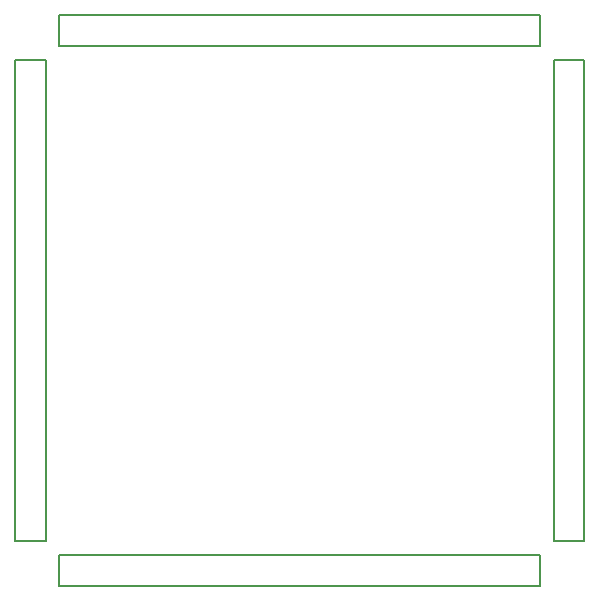
<source format=gbr>
G04 #@! TF.GenerationSoftware,KiCad,Pcbnew,(5.1.5-0-10_14)*
G04 #@! TF.CreationDate,2020-11-09T16:08:32+01:00*
G04 #@! TF.ProjectId,ATmega128_Breakout_Board_CC1101_HAT,41546d65-6761-4313-9238-5f427265616b,rev?*
G04 #@! TF.SameCoordinates,Original*
G04 #@! TF.FileFunction,Legend,Bot*
G04 #@! TF.FilePolarity,Positive*
%FSLAX46Y46*%
G04 Gerber Fmt 4.6, Leading zero omitted, Abs format (unit mm)*
G04 Created by KiCad (PCBNEW (5.1.5-0-10_14)) date 2020-11-09 16:08:32*
%MOMM*%
%LPD*%
G04 APERTURE LIST*
%ADD10C,0.150000*%
G04 APERTURE END LIST*
D10*
X140250000Y-127900000D02*
X99550000Y-127900000D01*
X140250000Y-125300000D02*
X140250000Y-127900000D01*
X99550000Y-125300000D02*
X140250000Y-125300000D01*
X99550000Y-127900000D02*
X99550000Y-125300000D01*
X99550000Y-79600000D02*
X140250000Y-79600000D01*
X99550000Y-82200000D02*
X99550000Y-79600000D01*
X140250000Y-82200000D02*
X99550000Y-82200000D01*
X140250000Y-79600000D02*
X140250000Y-82200000D01*
X95850001Y-124100000D02*
X95850001Y-83400000D01*
X98450001Y-124100000D02*
X95850001Y-124100000D01*
X98450001Y-83400000D02*
X98450001Y-124100000D01*
X95850001Y-83400000D02*
X98450001Y-83400000D01*
X144050000Y-83400000D02*
X144050000Y-124100000D01*
X141450000Y-83400000D02*
X144050000Y-83400000D01*
X141450000Y-124100000D02*
X141450000Y-83400000D01*
X144050000Y-124100000D02*
X141450000Y-124100000D01*
M02*

</source>
